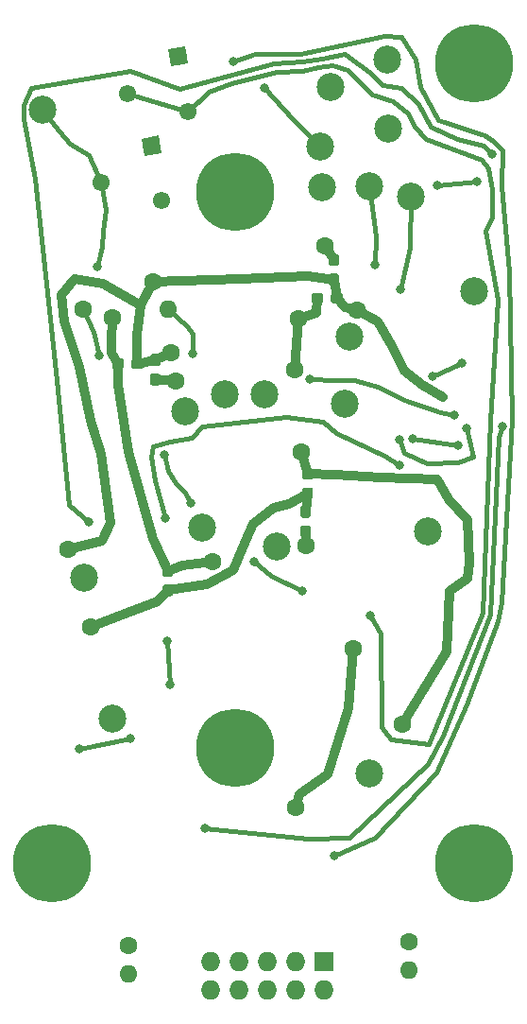
<source format=gbr>
G04 #@! TF.GenerationSoftware,KiCad,Pcbnew,(5.1.2-1)-1*
G04 #@! TF.CreationDate,2022-08-10T15:30:44-04:00*
G04 #@! TF.ProjectId,BassDrum_TR909,42617373-4472-4756-9d5f-54523930392e,rev?*
G04 #@! TF.SameCoordinates,Original*
G04 #@! TF.FileFunction,Copper,L2,Bot*
G04 #@! TF.FilePolarity,Positive*
%FSLAX46Y46*%
G04 Gerber Fmt 4.6, Leading zero omitted, Abs format (unit mm)*
G04 Created by KiCad (PCBNEW (5.1.2-1)-1) date 2022-08-10 15:30:44*
%MOMM*%
%LPD*%
G04 APERTURE LIST*
%ADD10C,2.499360*%
%ADD11C,7.000000*%
%ADD12O,1.600000X1.600000*%
%ADD13C,1.600000*%
%ADD14O,1.727200X1.727200*%
%ADD15R,1.727200X1.727200*%
%ADD16C,1.550000*%
%ADD17C,0.100000*%
%ADD18C,0.950000*%
%ADD19C,0.800000*%
%ADD20C,0.812800*%
%ADD21C,0.406400*%
G04 APERTURE END LIST*
D10*
X46880000Y-16740000D03*
X41800000Y-19140000D03*
D11*
X54610000Y-17018000D03*
X16764000Y-88646000D03*
X54610000Y-88646000D03*
D12*
X48820088Y-98269528D03*
D13*
X48820088Y-95729528D03*
D12*
X23650086Y-98539531D03*
D13*
X23650086Y-95999531D03*
D14*
X31030088Y-100019529D03*
X31030088Y-97479529D03*
X33570088Y-100019529D03*
X33570088Y-97479529D03*
X36110088Y-100019529D03*
X36110088Y-97479529D03*
X38650088Y-100019529D03*
X38650088Y-97479529D03*
X41190088Y-100019529D03*
D15*
X41190088Y-97479529D03*
D11*
X33258000Y-78306000D03*
X33258000Y-28522000D03*
D16*
X21230082Y-27750260D03*
X25720000Y-24420000D03*
D17*
G36*
X24822197Y-23791351D02*
G01*
X26348649Y-23522197D01*
X26617803Y-25048649D01*
X25091351Y-25317803D01*
X24822197Y-23791351D01*
X24822197Y-23791351D01*
G37*
D16*
X26588241Y-29344039D03*
X23610082Y-19750260D03*
X28100000Y-16420000D03*
D17*
G36*
X27202197Y-15791351D02*
G01*
X28728649Y-15522197D01*
X28997803Y-17048649D01*
X27471351Y-17317803D01*
X27202197Y-15791351D01*
X27202197Y-15791351D01*
G37*
D16*
X28968241Y-21344039D03*
D12*
X27230000Y-39090000D03*
D13*
X19610000Y-39090000D03*
D10*
X45210000Y-28070000D03*
X15950000Y-21210000D03*
X48970000Y-28950000D03*
X54620000Y-37410000D03*
X22180000Y-75720000D03*
X43450000Y-41500000D03*
X40990000Y-28170000D03*
X40800000Y-24460000D03*
X46900000Y-22850000D03*
X50520000Y-58940000D03*
X45270000Y-80670000D03*
X19660000Y-63130000D03*
X28740000Y-48180000D03*
D17*
G36*
X39990779Y-53271144D02*
G01*
X40013834Y-53274563D01*
X40036443Y-53280227D01*
X40058387Y-53288079D01*
X40079457Y-53298044D01*
X40099448Y-53310026D01*
X40118168Y-53323910D01*
X40135438Y-53339562D01*
X40151090Y-53356832D01*
X40164974Y-53375552D01*
X40176956Y-53395543D01*
X40186921Y-53416613D01*
X40194773Y-53438557D01*
X40200437Y-53461166D01*
X40203856Y-53484221D01*
X40205000Y-53507500D01*
X40205000Y-54082500D01*
X40203856Y-54105779D01*
X40200437Y-54128834D01*
X40194773Y-54151443D01*
X40186921Y-54173387D01*
X40176956Y-54194457D01*
X40164974Y-54214448D01*
X40151090Y-54233168D01*
X40135438Y-54250438D01*
X40118168Y-54266090D01*
X40099448Y-54279974D01*
X40079457Y-54291956D01*
X40058387Y-54301921D01*
X40036443Y-54309773D01*
X40013834Y-54315437D01*
X39990779Y-54318856D01*
X39967500Y-54320000D01*
X39492500Y-54320000D01*
X39469221Y-54318856D01*
X39446166Y-54315437D01*
X39423557Y-54309773D01*
X39401613Y-54301921D01*
X39380543Y-54291956D01*
X39360552Y-54279974D01*
X39341832Y-54266090D01*
X39324562Y-54250438D01*
X39308910Y-54233168D01*
X39295026Y-54214448D01*
X39283044Y-54194457D01*
X39273079Y-54173387D01*
X39265227Y-54151443D01*
X39259563Y-54128834D01*
X39256144Y-54105779D01*
X39255000Y-54082500D01*
X39255000Y-53507500D01*
X39256144Y-53484221D01*
X39259563Y-53461166D01*
X39265227Y-53438557D01*
X39273079Y-53416613D01*
X39283044Y-53395543D01*
X39295026Y-53375552D01*
X39308910Y-53356832D01*
X39324562Y-53339562D01*
X39341832Y-53323910D01*
X39360552Y-53310026D01*
X39380543Y-53298044D01*
X39401613Y-53288079D01*
X39423557Y-53280227D01*
X39446166Y-53274563D01*
X39469221Y-53271144D01*
X39492500Y-53270000D01*
X39967500Y-53270000D01*
X39990779Y-53271144D01*
X39990779Y-53271144D01*
G37*
D18*
X39730000Y-53795000D03*
D17*
G36*
X39990779Y-55021144D02*
G01*
X40013834Y-55024563D01*
X40036443Y-55030227D01*
X40058387Y-55038079D01*
X40079457Y-55048044D01*
X40099448Y-55060026D01*
X40118168Y-55073910D01*
X40135438Y-55089562D01*
X40151090Y-55106832D01*
X40164974Y-55125552D01*
X40176956Y-55145543D01*
X40186921Y-55166613D01*
X40194773Y-55188557D01*
X40200437Y-55211166D01*
X40203856Y-55234221D01*
X40205000Y-55257500D01*
X40205000Y-55832500D01*
X40203856Y-55855779D01*
X40200437Y-55878834D01*
X40194773Y-55901443D01*
X40186921Y-55923387D01*
X40176956Y-55944457D01*
X40164974Y-55964448D01*
X40151090Y-55983168D01*
X40135438Y-56000438D01*
X40118168Y-56016090D01*
X40099448Y-56029974D01*
X40079457Y-56041956D01*
X40058387Y-56051921D01*
X40036443Y-56059773D01*
X40013834Y-56065437D01*
X39990779Y-56068856D01*
X39967500Y-56070000D01*
X39492500Y-56070000D01*
X39469221Y-56068856D01*
X39446166Y-56065437D01*
X39423557Y-56059773D01*
X39401613Y-56051921D01*
X39380543Y-56041956D01*
X39360552Y-56029974D01*
X39341832Y-56016090D01*
X39324562Y-56000438D01*
X39308910Y-55983168D01*
X39295026Y-55964448D01*
X39283044Y-55944457D01*
X39273079Y-55923387D01*
X39265227Y-55901443D01*
X39259563Y-55878834D01*
X39256144Y-55855779D01*
X39255000Y-55832500D01*
X39255000Y-55257500D01*
X39256144Y-55234221D01*
X39259563Y-55211166D01*
X39265227Y-55188557D01*
X39273079Y-55166613D01*
X39283044Y-55145543D01*
X39295026Y-55125552D01*
X39308910Y-55106832D01*
X39324562Y-55089562D01*
X39341832Y-55073910D01*
X39360552Y-55060026D01*
X39380543Y-55048044D01*
X39401613Y-55038079D01*
X39423557Y-55030227D01*
X39446166Y-55024563D01*
X39469221Y-55021144D01*
X39492500Y-55020000D01*
X39967500Y-55020000D01*
X39990779Y-55021144D01*
X39990779Y-55021144D01*
G37*
D18*
X39730000Y-55545000D03*
D17*
G36*
X24765779Y-43476144D02*
G01*
X24788834Y-43479563D01*
X24811443Y-43485227D01*
X24833387Y-43493079D01*
X24854457Y-43503044D01*
X24874448Y-43515026D01*
X24893168Y-43528910D01*
X24910438Y-43544562D01*
X24926090Y-43561832D01*
X24939974Y-43580552D01*
X24951956Y-43600543D01*
X24961921Y-43621613D01*
X24969773Y-43643557D01*
X24975437Y-43666166D01*
X24978856Y-43689221D01*
X24980000Y-43712500D01*
X24980000Y-44187500D01*
X24978856Y-44210779D01*
X24975437Y-44233834D01*
X24969773Y-44256443D01*
X24961921Y-44278387D01*
X24951956Y-44299457D01*
X24939974Y-44319448D01*
X24926090Y-44338168D01*
X24910438Y-44355438D01*
X24893168Y-44371090D01*
X24874448Y-44384974D01*
X24854457Y-44396956D01*
X24833387Y-44406921D01*
X24811443Y-44414773D01*
X24788834Y-44420437D01*
X24765779Y-44423856D01*
X24742500Y-44425000D01*
X24167500Y-44425000D01*
X24144221Y-44423856D01*
X24121166Y-44420437D01*
X24098557Y-44414773D01*
X24076613Y-44406921D01*
X24055543Y-44396956D01*
X24035552Y-44384974D01*
X24016832Y-44371090D01*
X23999562Y-44355438D01*
X23983910Y-44338168D01*
X23970026Y-44319448D01*
X23958044Y-44299457D01*
X23948079Y-44278387D01*
X23940227Y-44256443D01*
X23934563Y-44233834D01*
X23931144Y-44210779D01*
X23930000Y-44187500D01*
X23930000Y-43712500D01*
X23931144Y-43689221D01*
X23934563Y-43666166D01*
X23940227Y-43643557D01*
X23948079Y-43621613D01*
X23958044Y-43600543D01*
X23970026Y-43580552D01*
X23983910Y-43561832D01*
X23999562Y-43544562D01*
X24016832Y-43528910D01*
X24035552Y-43515026D01*
X24055543Y-43503044D01*
X24076613Y-43493079D01*
X24098557Y-43485227D01*
X24121166Y-43479563D01*
X24144221Y-43476144D01*
X24167500Y-43475000D01*
X24742500Y-43475000D01*
X24765779Y-43476144D01*
X24765779Y-43476144D01*
G37*
D18*
X24455000Y-43950000D03*
D17*
G36*
X23015779Y-43476144D02*
G01*
X23038834Y-43479563D01*
X23061443Y-43485227D01*
X23083387Y-43493079D01*
X23104457Y-43503044D01*
X23124448Y-43515026D01*
X23143168Y-43528910D01*
X23160438Y-43544562D01*
X23176090Y-43561832D01*
X23189974Y-43580552D01*
X23201956Y-43600543D01*
X23211921Y-43621613D01*
X23219773Y-43643557D01*
X23225437Y-43666166D01*
X23228856Y-43689221D01*
X23230000Y-43712500D01*
X23230000Y-44187500D01*
X23228856Y-44210779D01*
X23225437Y-44233834D01*
X23219773Y-44256443D01*
X23211921Y-44278387D01*
X23201956Y-44299457D01*
X23189974Y-44319448D01*
X23176090Y-44338168D01*
X23160438Y-44355438D01*
X23143168Y-44371090D01*
X23124448Y-44384974D01*
X23104457Y-44396956D01*
X23083387Y-44406921D01*
X23061443Y-44414773D01*
X23038834Y-44420437D01*
X23015779Y-44423856D01*
X22992500Y-44425000D01*
X22417500Y-44425000D01*
X22394221Y-44423856D01*
X22371166Y-44420437D01*
X22348557Y-44414773D01*
X22326613Y-44406921D01*
X22305543Y-44396956D01*
X22285552Y-44384974D01*
X22266832Y-44371090D01*
X22249562Y-44355438D01*
X22233910Y-44338168D01*
X22220026Y-44319448D01*
X22208044Y-44299457D01*
X22198079Y-44278387D01*
X22190227Y-44256443D01*
X22184563Y-44233834D01*
X22181144Y-44210779D01*
X22180000Y-44187500D01*
X22180000Y-43712500D01*
X22181144Y-43689221D01*
X22184563Y-43666166D01*
X22190227Y-43643557D01*
X22198079Y-43621613D01*
X22208044Y-43600543D01*
X22220026Y-43580552D01*
X22233910Y-43561832D01*
X22249562Y-43544562D01*
X22266832Y-43528910D01*
X22285552Y-43515026D01*
X22305543Y-43503044D01*
X22326613Y-43493079D01*
X22348557Y-43485227D01*
X22371166Y-43479563D01*
X22394221Y-43476144D01*
X22417500Y-43475000D01*
X22992500Y-43475000D01*
X23015779Y-43476144D01*
X23015779Y-43476144D01*
G37*
D18*
X22705000Y-43950000D03*
D17*
G36*
X27430779Y-63721144D02*
G01*
X27453834Y-63724563D01*
X27476443Y-63730227D01*
X27498387Y-63738079D01*
X27519457Y-63748044D01*
X27539448Y-63760026D01*
X27558168Y-63773910D01*
X27575438Y-63789562D01*
X27591090Y-63806832D01*
X27604974Y-63825552D01*
X27616956Y-63845543D01*
X27626921Y-63866613D01*
X27634773Y-63888557D01*
X27640437Y-63911166D01*
X27643856Y-63934221D01*
X27645000Y-63957500D01*
X27645000Y-64532500D01*
X27643856Y-64555779D01*
X27640437Y-64578834D01*
X27634773Y-64601443D01*
X27626921Y-64623387D01*
X27616956Y-64644457D01*
X27604974Y-64664448D01*
X27591090Y-64683168D01*
X27575438Y-64700438D01*
X27558168Y-64716090D01*
X27539448Y-64729974D01*
X27519457Y-64741956D01*
X27498387Y-64751921D01*
X27476443Y-64759773D01*
X27453834Y-64765437D01*
X27430779Y-64768856D01*
X27407500Y-64770000D01*
X26932500Y-64770000D01*
X26909221Y-64768856D01*
X26886166Y-64765437D01*
X26863557Y-64759773D01*
X26841613Y-64751921D01*
X26820543Y-64741956D01*
X26800552Y-64729974D01*
X26781832Y-64716090D01*
X26764562Y-64700438D01*
X26748910Y-64683168D01*
X26735026Y-64664448D01*
X26723044Y-64644457D01*
X26713079Y-64623387D01*
X26705227Y-64601443D01*
X26699563Y-64578834D01*
X26696144Y-64555779D01*
X26695000Y-64532500D01*
X26695000Y-63957500D01*
X26696144Y-63934221D01*
X26699563Y-63911166D01*
X26705227Y-63888557D01*
X26713079Y-63866613D01*
X26723044Y-63845543D01*
X26735026Y-63825552D01*
X26748910Y-63806832D01*
X26764562Y-63789562D01*
X26781832Y-63773910D01*
X26800552Y-63760026D01*
X26820543Y-63748044D01*
X26841613Y-63738079D01*
X26863557Y-63730227D01*
X26886166Y-63724563D01*
X26909221Y-63721144D01*
X26932500Y-63720000D01*
X27407500Y-63720000D01*
X27430779Y-63721144D01*
X27430779Y-63721144D01*
G37*
D18*
X27170000Y-64245000D03*
D17*
G36*
X27430779Y-61971144D02*
G01*
X27453834Y-61974563D01*
X27476443Y-61980227D01*
X27498387Y-61988079D01*
X27519457Y-61998044D01*
X27539448Y-62010026D01*
X27558168Y-62023910D01*
X27575438Y-62039562D01*
X27591090Y-62056832D01*
X27604974Y-62075552D01*
X27616956Y-62095543D01*
X27626921Y-62116613D01*
X27634773Y-62138557D01*
X27640437Y-62161166D01*
X27643856Y-62184221D01*
X27645000Y-62207500D01*
X27645000Y-62782500D01*
X27643856Y-62805779D01*
X27640437Y-62828834D01*
X27634773Y-62851443D01*
X27626921Y-62873387D01*
X27616956Y-62894457D01*
X27604974Y-62914448D01*
X27591090Y-62933168D01*
X27575438Y-62950438D01*
X27558168Y-62966090D01*
X27539448Y-62979974D01*
X27519457Y-62991956D01*
X27498387Y-63001921D01*
X27476443Y-63009773D01*
X27453834Y-63015437D01*
X27430779Y-63018856D01*
X27407500Y-63020000D01*
X26932500Y-63020000D01*
X26909221Y-63018856D01*
X26886166Y-63015437D01*
X26863557Y-63009773D01*
X26841613Y-63001921D01*
X26820543Y-62991956D01*
X26800552Y-62979974D01*
X26781832Y-62966090D01*
X26764562Y-62950438D01*
X26748910Y-62933168D01*
X26735026Y-62914448D01*
X26723044Y-62894457D01*
X26713079Y-62873387D01*
X26705227Y-62851443D01*
X26699563Y-62828834D01*
X26696144Y-62805779D01*
X26695000Y-62782500D01*
X26695000Y-62207500D01*
X26696144Y-62184221D01*
X26699563Y-62161166D01*
X26705227Y-62138557D01*
X26713079Y-62116613D01*
X26723044Y-62095543D01*
X26735026Y-62075552D01*
X26748910Y-62056832D01*
X26764562Y-62039562D01*
X26781832Y-62023910D01*
X26800552Y-62010026D01*
X26820543Y-61998044D01*
X26841613Y-61988079D01*
X26863557Y-61980227D01*
X26886166Y-61974563D01*
X26909221Y-61971144D01*
X26932500Y-61970000D01*
X27407500Y-61970000D01*
X27430779Y-61971144D01*
X27430779Y-61971144D01*
G37*
D18*
X27170000Y-62495000D03*
D17*
G36*
X26310779Y-44831144D02*
G01*
X26333834Y-44834563D01*
X26356443Y-44840227D01*
X26378387Y-44848079D01*
X26399457Y-44858044D01*
X26419448Y-44870026D01*
X26438168Y-44883910D01*
X26455438Y-44899562D01*
X26471090Y-44916832D01*
X26484974Y-44935552D01*
X26496956Y-44955543D01*
X26506921Y-44976613D01*
X26514773Y-44998557D01*
X26520437Y-45021166D01*
X26523856Y-45044221D01*
X26525000Y-45067500D01*
X26525000Y-45642500D01*
X26523856Y-45665779D01*
X26520437Y-45688834D01*
X26514773Y-45711443D01*
X26506921Y-45733387D01*
X26496956Y-45754457D01*
X26484974Y-45774448D01*
X26471090Y-45793168D01*
X26455438Y-45810438D01*
X26438168Y-45826090D01*
X26419448Y-45839974D01*
X26399457Y-45851956D01*
X26378387Y-45861921D01*
X26356443Y-45869773D01*
X26333834Y-45875437D01*
X26310779Y-45878856D01*
X26287500Y-45880000D01*
X25812500Y-45880000D01*
X25789221Y-45878856D01*
X25766166Y-45875437D01*
X25743557Y-45869773D01*
X25721613Y-45861921D01*
X25700543Y-45851956D01*
X25680552Y-45839974D01*
X25661832Y-45826090D01*
X25644562Y-45810438D01*
X25628910Y-45793168D01*
X25615026Y-45774448D01*
X25603044Y-45754457D01*
X25593079Y-45733387D01*
X25585227Y-45711443D01*
X25579563Y-45688834D01*
X25576144Y-45665779D01*
X25575000Y-45642500D01*
X25575000Y-45067500D01*
X25576144Y-45044221D01*
X25579563Y-45021166D01*
X25585227Y-44998557D01*
X25593079Y-44976613D01*
X25603044Y-44955543D01*
X25615026Y-44935552D01*
X25628910Y-44916832D01*
X25644562Y-44899562D01*
X25661832Y-44883910D01*
X25680552Y-44870026D01*
X25700543Y-44858044D01*
X25721613Y-44848079D01*
X25743557Y-44840227D01*
X25766166Y-44834563D01*
X25789221Y-44831144D01*
X25812500Y-44830000D01*
X26287500Y-44830000D01*
X26310779Y-44831144D01*
X26310779Y-44831144D01*
G37*
D18*
X26050000Y-45355000D03*
D17*
G36*
X26310779Y-43081144D02*
G01*
X26333834Y-43084563D01*
X26356443Y-43090227D01*
X26378387Y-43098079D01*
X26399457Y-43108044D01*
X26419448Y-43120026D01*
X26438168Y-43133910D01*
X26455438Y-43149562D01*
X26471090Y-43166832D01*
X26484974Y-43185552D01*
X26496956Y-43205543D01*
X26506921Y-43226613D01*
X26514773Y-43248557D01*
X26520437Y-43271166D01*
X26523856Y-43294221D01*
X26525000Y-43317500D01*
X26525000Y-43892500D01*
X26523856Y-43915779D01*
X26520437Y-43938834D01*
X26514773Y-43961443D01*
X26506921Y-43983387D01*
X26496956Y-44004457D01*
X26484974Y-44024448D01*
X26471090Y-44043168D01*
X26455438Y-44060438D01*
X26438168Y-44076090D01*
X26419448Y-44089974D01*
X26399457Y-44101956D01*
X26378387Y-44111921D01*
X26356443Y-44119773D01*
X26333834Y-44125437D01*
X26310779Y-44128856D01*
X26287500Y-44130000D01*
X25812500Y-44130000D01*
X25789221Y-44128856D01*
X25766166Y-44125437D01*
X25743557Y-44119773D01*
X25721613Y-44111921D01*
X25700543Y-44101956D01*
X25680552Y-44089974D01*
X25661832Y-44076090D01*
X25644562Y-44060438D01*
X25628910Y-44043168D01*
X25615026Y-44024448D01*
X25603044Y-44004457D01*
X25593079Y-43983387D01*
X25585227Y-43961443D01*
X25579563Y-43938834D01*
X25576144Y-43915779D01*
X25575000Y-43892500D01*
X25575000Y-43317500D01*
X25576144Y-43294221D01*
X25579563Y-43271166D01*
X25585227Y-43248557D01*
X25593079Y-43226613D01*
X25603044Y-43205543D01*
X25615026Y-43185552D01*
X25628910Y-43166832D01*
X25644562Y-43149562D01*
X25661832Y-43133910D01*
X25680552Y-43120026D01*
X25700543Y-43108044D01*
X25721613Y-43098079D01*
X25743557Y-43090227D01*
X25766166Y-43084563D01*
X25789221Y-43081144D01*
X25812500Y-43080000D01*
X26287500Y-43080000D01*
X26310779Y-43081144D01*
X26310779Y-43081144D01*
G37*
D18*
X26050000Y-43605000D03*
D17*
G36*
X42330779Y-35881144D02*
G01*
X42353834Y-35884563D01*
X42376443Y-35890227D01*
X42398387Y-35898079D01*
X42419457Y-35908044D01*
X42439448Y-35920026D01*
X42458168Y-35933910D01*
X42475438Y-35949562D01*
X42491090Y-35966832D01*
X42504974Y-35985552D01*
X42516956Y-36005543D01*
X42526921Y-36026613D01*
X42534773Y-36048557D01*
X42540437Y-36071166D01*
X42543856Y-36094221D01*
X42545000Y-36117500D01*
X42545000Y-36692500D01*
X42543856Y-36715779D01*
X42540437Y-36738834D01*
X42534773Y-36761443D01*
X42526921Y-36783387D01*
X42516956Y-36804457D01*
X42504974Y-36824448D01*
X42491090Y-36843168D01*
X42475438Y-36860438D01*
X42458168Y-36876090D01*
X42439448Y-36889974D01*
X42419457Y-36901956D01*
X42398387Y-36911921D01*
X42376443Y-36919773D01*
X42353834Y-36925437D01*
X42330779Y-36928856D01*
X42307500Y-36930000D01*
X41832500Y-36930000D01*
X41809221Y-36928856D01*
X41786166Y-36925437D01*
X41763557Y-36919773D01*
X41741613Y-36911921D01*
X41720543Y-36901956D01*
X41700552Y-36889974D01*
X41681832Y-36876090D01*
X41664562Y-36860438D01*
X41648910Y-36843168D01*
X41635026Y-36824448D01*
X41623044Y-36804457D01*
X41613079Y-36783387D01*
X41605227Y-36761443D01*
X41599563Y-36738834D01*
X41596144Y-36715779D01*
X41595000Y-36692500D01*
X41595000Y-36117500D01*
X41596144Y-36094221D01*
X41599563Y-36071166D01*
X41605227Y-36048557D01*
X41613079Y-36026613D01*
X41623044Y-36005543D01*
X41635026Y-35985552D01*
X41648910Y-35966832D01*
X41664562Y-35949562D01*
X41681832Y-35933910D01*
X41700552Y-35920026D01*
X41720543Y-35908044D01*
X41741613Y-35898079D01*
X41763557Y-35890227D01*
X41786166Y-35884563D01*
X41809221Y-35881144D01*
X41832500Y-35880000D01*
X42307500Y-35880000D01*
X42330779Y-35881144D01*
X42330779Y-35881144D01*
G37*
D18*
X42070000Y-36405000D03*
D17*
G36*
X42330779Y-34131144D02*
G01*
X42353834Y-34134563D01*
X42376443Y-34140227D01*
X42398387Y-34148079D01*
X42419457Y-34158044D01*
X42439448Y-34170026D01*
X42458168Y-34183910D01*
X42475438Y-34199562D01*
X42491090Y-34216832D01*
X42504974Y-34235552D01*
X42516956Y-34255543D01*
X42526921Y-34276613D01*
X42534773Y-34298557D01*
X42540437Y-34321166D01*
X42543856Y-34344221D01*
X42545000Y-34367500D01*
X42545000Y-34942500D01*
X42543856Y-34965779D01*
X42540437Y-34988834D01*
X42534773Y-35011443D01*
X42526921Y-35033387D01*
X42516956Y-35054457D01*
X42504974Y-35074448D01*
X42491090Y-35093168D01*
X42475438Y-35110438D01*
X42458168Y-35126090D01*
X42439448Y-35139974D01*
X42419457Y-35151956D01*
X42398387Y-35161921D01*
X42376443Y-35169773D01*
X42353834Y-35175437D01*
X42330779Y-35178856D01*
X42307500Y-35180000D01*
X41832500Y-35180000D01*
X41809221Y-35178856D01*
X41786166Y-35175437D01*
X41763557Y-35169773D01*
X41741613Y-35161921D01*
X41720543Y-35151956D01*
X41700552Y-35139974D01*
X41681832Y-35126090D01*
X41664562Y-35110438D01*
X41648910Y-35093168D01*
X41635026Y-35074448D01*
X41623044Y-35054457D01*
X41613079Y-35033387D01*
X41605227Y-35011443D01*
X41599563Y-34988834D01*
X41596144Y-34965779D01*
X41595000Y-34942500D01*
X41595000Y-34367500D01*
X41596144Y-34344221D01*
X41599563Y-34321166D01*
X41605227Y-34298557D01*
X41613079Y-34276613D01*
X41623044Y-34255543D01*
X41635026Y-34235552D01*
X41648910Y-34216832D01*
X41664562Y-34199562D01*
X41681832Y-34183910D01*
X41700552Y-34170026D01*
X41720543Y-34158044D01*
X41741613Y-34148079D01*
X41763557Y-34140227D01*
X41786166Y-34134563D01*
X41809221Y-34131144D01*
X41832500Y-34130000D01*
X42307500Y-34130000D01*
X42330779Y-34131144D01*
X42330779Y-34131144D01*
G37*
D18*
X42070000Y-34655000D03*
D17*
G36*
X40895779Y-37586144D02*
G01*
X40918834Y-37589563D01*
X40941443Y-37595227D01*
X40963387Y-37603079D01*
X40984457Y-37613044D01*
X41004448Y-37625026D01*
X41023168Y-37638910D01*
X41040438Y-37654562D01*
X41056090Y-37671832D01*
X41069974Y-37690552D01*
X41081956Y-37710543D01*
X41091921Y-37731613D01*
X41099773Y-37753557D01*
X41105437Y-37776166D01*
X41108856Y-37799221D01*
X41110000Y-37822500D01*
X41110000Y-38297500D01*
X41108856Y-38320779D01*
X41105437Y-38343834D01*
X41099773Y-38366443D01*
X41091921Y-38388387D01*
X41081956Y-38409457D01*
X41069974Y-38429448D01*
X41056090Y-38448168D01*
X41040438Y-38465438D01*
X41023168Y-38481090D01*
X41004448Y-38494974D01*
X40984457Y-38506956D01*
X40963387Y-38516921D01*
X40941443Y-38524773D01*
X40918834Y-38530437D01*
X40895779Y-38533856D01*
X40872500Y-38535000D01*
X40297500Y-38535000D01*
X40274221Y-38533856D01*
X40251166Y-38530437D01*
X40228557Y-38524773D01*
X40206613Y-38516921D01*
X40185543Y-38506956D01*
X40165552Y-38494974D01*
X40146832Y-38481090D01*
X40129562Y-38465438D01*
X40113910Y-38448168D01*
X40100026Y-38429448D01*
X40088044Y-38409457D01*
X40078079Y-38388387D01*
X40070227Y-38366443D01*
X40064563Y-38343834D01*
X40061144Y-38320779D01*
X40060000Y-38297500D01*
X40060000Y-37822500D01*
X40061144Y-37799221D01*
X40064563Y-37776166D01*
X40070227Y-37753557D01*
X40078079Y-37731613D01*
X40088044Y-37710543D01*
X40100026Y-37690552D01*
X40113910Y-37671832D01*
X40129562Y-37654562D01*
X40146832Y-37638910D01*
X40165552Y-37625026D01*
X40185543Y-37613044D01*
X40206613Y-37603079D01*
X40228557Y-37595227D01*
X40251166Y-37589563D01*
X40274221Y-37586144D01*
X40297500Y-37585000D01*
X40872500Y-37585000D01*
X40895779Y-37586144D01*
X40895779Y-37586144D01*
G37*
D18*
X40585000Y-38060000D03*
D17*
G36*
X42645779Y-37586144D02*
G01*
X42668834Y-37589563D01*
X42691443Y-37595227D01*
X42713387Y-37603079D01*
X42734457Y-37613044D01*
X42754448Y-37625026D01*
X42773168Y-37638910D01*
X42790438Y-37654562D01*
X42806090Y-37671832D01*
X42819974Y-37690552D01*
X42831956Y-37710543D01*
X42841921Y-37731613D01*
X42849773Y-37753557D01*
X42855437Y-37776166D01*
X42858856Y-37799221D01*
X42860000Y-37822500D01*
X42860000Y-38297500D01*
X42858856Y-38320779D01*
X42855437Y-38343834D01*
X42849773Y-38366443D01*
X42841921Y-38388387D01*
X42831956Y-38409457D01*
X42819974Y-38429448D01*
X42806090Y-38448168D01*
X42790438Y-38465438D01*
X42773168Y-38481090D01*
X42754448Y-38494974D01*
X42734457Y-38506956D01*
X42713387Y-38516921D01*
X42691443Y-38524773D01*
X42668834Y-38530437D01*
X42645779Y-38533856D01*
X42622500Y-38535000D01*
X42047500Y-38535000D01*
X42024221Y-38533856D01*
X42001166Y-38530437D01*
X41978557Y-38524773D01*
X41956613Y-38516921D01*
X41935543Y-38506956D01*
X41915552Y-38494974D01*
X41896832Y-38481090D01*
X41879562Y-38465438D01*
X41863910Y-38448168D01*
X41850026Y-38429448D01*
X41838044Y-38409457D01*
X41828079Y-38388387D01*
X41820227Y-38366443D01*
X41814563Y-38343834D01*
X41811144Y-38320779D01*
X41810000Y-38297500D01*
X41810000Y-37822500D01*
X41811144Y-37799221D01*
X41814563Y-37776166D01*
X41820227Y-37753557D01*
X41828079Y-37731613D01*
X41838044Y-37710543D01*
X41850026Y-37690552D01*
X41863910Y-37671832D01*
X41879562Y-37654562D01*
X41896832Y-37638910D01*
X41915552Y-37625026D01*
X41935543Y-37613044D01*
X41956613Y-37603079D01*
X41978557Y-37595227D01*
X42001166Y-37589563D01*
X42024221Y-37586144D01*
X42047500Y-37585000D01*
X42622500Y-37585000D01*
X42645779Y-37586144D01*
X42645779Y-37586144D01*
G37*
D18*
X42335000Y-38060000D03*
D17*
G36*
X39790779Y-58431144D02*
G01*
X39813834Y-58434563D01*
X39836443Y-58440227D01*
X39858387Y-58448079D01*
X39879457Y-58458044D01*
X39899448Y-58470026D01*
X39918168Y-58483910D01*
X39935438Y-58499562D01*
X39951090Y-58516832D01*
X39964974Y-58535552D01*
X39976956Y-58555543D01*
X39986921Y-58576613D01*
X39994773Y-58598557D01*
X40000437Y-58621166D01*
X40003856Y-58644221D01*
X40005000Y-58667500D01*
X40005000Y-59242500D01*
X40003856Y-59265779D01*
X40000437Y-59288834D01*
X39994773Y-59311443D01*
X39986921Y-59333387D01*
X39976956Y-59354457D01*
X39964974Y-59374448D01*
X39951090Y-59393168D01*
X39935438Y-59410438D01*
X39918168Y-59426090D01*
X39899448Y-59439974D01*
X39879457Y-59451956D01*
X39858387Y-59461921D01*
X39836443Y-59469773D01*
X39813834Y-59475437D01*
X39790779Y-59478856D01*
X39767500Y-59480000D01*
X39292500Y-59480000D01*
X39269221Y-59478856D01*
X39246166Y-59475437D01*
X39223557Y-59469773D01*
X39201613Y-59461921D01*
X39180543Y-59451956D01*
X39160552Y-59439974D01*
X39141832Y-59426090D01*
X39124562Y-59410438D01*
X39108910Y-59393168D01*
X39095026Y-59374448D01*
X39083044Y-59354457D01*
X39073079Y-59333387D01*
X39065227Y-59311443D01*
X39059563Y-59288834D01*
X39056144Y-59265779D01*
X39055000Y-59242500D01*
X39055000Y-58667500D01*
X39056144Y-58644221D01*
X39059563Y-58621166D01*
X39065227Y-58598557D01*
X39073079Y-58576613D01*
X39083044Y-58555543D01*
X39095026Y-58535552D01*
X39108910Y-58516832D01*
X39124562Y-58499562D01*
X39141832Y-58483910D01*
X39160552Y-58470026D01*
X39180543Y-58458044D01*
X39201613Y-58448079D01*
X39223557Y-58440227D01*
X39246166Y-58434563D01*
X39269221Y-58431144D01*
X39292500Y-58430000D01*
X39767500Y-58430000D01*
X39790779Y-58431144D01*
X39790779Y-58431144D01*
G37*
D18*
X39530000Y-58955000D03*
D17*
G36*
X39790779Y-56681144D02*
G01*
X39813834Y-56684563D01*
X39836443Y-56690227D01*
X39858387Y-56698079D01*
X39879457Y-56708044D01*
X39899448Y-56720026D01*
X39918168Y-56733910D01*
X39935438Y-56749562D01*
X39951090Y-56766832D01*
X39964974Y-56785552D01*
X39976956Y-56805543D01*
X39986921Y-56826613D01*
X39994773Y-56848557D01*
X40000437Y-56871166D01*
X40003856Y-56894221D01*
X40005000Y-56917500D01*
X40005000Y-57492500D01*
X40003856Y-57515779D01*
X40000437Y-57538834D01*
X39994773Y-57561443D01*
X39986921Y-57583387D01*
X39976956Y-57604457D01*
X39964974Y-57624448D01*
X39951090Y-57643168D01*
X39935438Y-57660438D01*
X39918168Y-57676090D01*
X39899448Y-57689974D01*
X39879457Y-57701956D01*
X39858387Y-57711921D01*
X39836443Y-57719773D01*
X39813834Y-57725437D01*
X39790779Y-57728856D01*
X39767500Y-57730000D01*
X39292500Y-57730000D01*
X39269221Y-57728856D01*
X39246166Y-57725437D01*
X39223557Y-57719773D01*
X39201613Y-57711921D01*
X39180543Y-57701956D01*
X39160552Y-57689974D01*
X39141832Y-57676090D01*
X39124562Y-57660438D01*
X39108910Y-57643168D01*
X39095026Y-57624448D01*
X39083044Y-57604457D01*
X39073079Y-57583387D01*
X39065227Y-57561443D01*
X39059563Y-57538834D01*
X39056144Y-57515779D01*
X39055000Y-57492500D01*
X39055000Y-56917500D01*
X39056144Y-56894221D01*
X39059563Y-56871166D01*
X39065227Y-56848557D01*
X39073079Y-56826613D01*
X39083044Y-56805543D01*
X39095026Y-56785552D01*
X39108910Y-56766832D01*
X39124562Y-56749562D01*
X39141832Y-56733910D01*
X39160552Y-56720026D01*
X39180543Y-56708044D01*
X39201613Y-56698079D01*
X39223557Y-56690227D01*
X39246166Y-56684563D01*
X39269221Y-56681144D01*
X39292500Y-56680000D01*
X39767500Y-56680000D01*
X39790779Y-56681144D01*
X39790779Y-56681144D01*
G37*
D18*
X39530000Y-57205000D03*
D10*
X43076000Y-47496000D03*
X36926000Y-60326000D03*
X30216000Y-58626000D03*
X35886000Y-46706000D03*
X32316000Y-46716000D03*
D13*
X20300000Y-67540000D03*
X44160000Y-39140000D03*
X27480000Y-42950000D03*
X25822813Y-36622813D03*
D19*
X51867797Y-46937797D03*
D13*
X18224500Y-60584500D03*
D19*
X45300000Y-66490000D03*
X39940000Y-45320000D03*
X52880000Y-48560000D03*
D13*
X22200000Y-39840000D03*
X41230000Y-33350000D03*
X39560000Y-60250000D03*
X31180000Y-61630000D03*
X38630806Y-83679194D03*
X43833810Y-69453810D03*
X38930000Y-39920000D03*
X38530000Y-44510000D03*
X27909363Y-45509363D03*
X39164545Y-51885455D03*
X48240000Y-76200000D03*
D19*
X23840000Y-77490000D03*
X19250000Y-78450000D03*
X29200000Y-56400000D03*
X26890000Y-52100000D03*
X34956149Y-61633851D03*
X39260000Y-64310000D03*
X54860000Y-27620000D03*
X51310000Y-27960000D03*
X20090000Y-58100000D03*
X56223819Y-25146181D03*
X27410000Y-72650000D03*
X27090000Y-68760000D03*
X47990000Y-52990000D03*
X26980000Y-57780000D03*
X49170000Y-50630000D03*
X53192234Y-51237766D03*
X29420000Y-43050000D03*
X45780000Y-35080000D03*
X35820000Y-19280000D03*
X42070000Y-87990000D03*
X33090000Y-16860000D03*
X48060000Y-37310000D03*
X20870000Y-35210000D03*
X50900000Y-45050000D03*
X53550000Y-43880000D03*
X57160000Y-49590000D03*
X53970000Y-49710000D03*
X47920000Y-50780000D03*
X30550000Y-85580000D03*
X21060000Y-43220000D03*
D20*
X27480000Y-42950000D02*
X26050000Y-43605000D01*
X26050000Y-43605000D02*
X24455000Y-43950000D01*
X44160000Y-39140000D02*
X43010000Y-38920000D01*
X43010000Y-38920000D02*
X42335000Y-38060000D01*
X42335000Y-38060000D02*
X42070000Y-36405000D01*
X20300000Y-67540000D02*
X23540000Y-66230000D01*
X23540000Y-66230000D02*
X26250000Y-65200000D01*
X26250000Y-65200000D02*
X27170000Y-64245000D01*
X27170000Y-64245000D02*
X30690000Y-63670000D01*
X30690000Y-63670000D02*
X33010000Y-62450000D01*
X33010000Y-62450000D02*
X34130000Y-59800000D01*
X34130000Y-59800000D02*
X34830000Y-58260000D01*
X34830000Y-58260000D02*
X36730000Y-56860000D01*
X36730000Y-56860000D02*
X38050000Y-56470000D01*
X38050000Y-56470000D02*
X39730000Y-55545000D01*
X39530000Y-57205000D02*
X39730000Y-55545000D01*
X24455000Y-43950000D02*
X24440000Y-41330000D01*
X24440000Y-41330000D02*
X24780000Y-38680000D01*
X24780000Y-38680000D02*
X25822813Y-36622813D01*
X25822813Y-36622813D02*
X25880000Y-36510000D01*
X42070000Y-36405000D02*
X39710000Y-36120000D01*
X39710000Y-36120000D02*
X33680000Y-36330000D01*
X33680000Y-36330000D02*
X25822813Y-36622813D01*
X51867797Y-46937797D02*
X50010000Y-45820000D01*
X50010000Y-45820000D02*
X48400000Y-44570000D01*
X48400000Y-44570000D02*
X47240000Y-42400000D01*
X47240000Y-42400000D02*
X46030000Y-40150000D01*
X46030000Y-40150000D02*
X44160000Y-39140000D01*
X18224500Y-60584500D02*
X21290000Y-59780000D01*
X21290000Y-59780000D02*
X22030000Y-58180000D01*
X22030000Y-58180000D02*
X21210000Y-52050000D01*
X21210000Y-52050000D02*
X20290000Y-49060000D01*
X20290000Y-49060000D02*
X19290000Y-44230000D01*
X19290000Y-44230000D02*
X17920000Y-40180000D01*
X17920000Y-40180000D02*
X17630000Y-37790000D01*
X17630000Y-37790000D02*
X18850000Y-36330000D01*
X18850000Y-36330000D02*
X21390000Y-36770000D01*
X21390000Y-36770000D02*
X24780000Y-38680000D01*
D21*
X28968241Y-21344039D02*
X23610082Y-19750260D01*
X55680000Y-32070000D02*
X56790000Y-38200000D01*
X56790000Y-38200000D02*
X56070000Y-49090000D01*
X56070000Y-49090000D02*
X55410000Y-66230000D01*
X55410000Y-66230000D02*
X50560000Y-77980000D01*
X47220000Y-77550000D02*
X46350000Y-76480000D01*
X50560000Y-77980000D02*
X47220000Y-77550000D01*
X46350000Y-76480000D02*
X46240000Y-68070000D01*
X46240000Y-68070000D02*
X45300000Y-66490000D01*
X55350000Y-25650000D02*
X55900000Y-26450000D01*
X55900000Y-26450000D02*
X56220000Y-28300000D01*
X56220000Y-28300000D02*
X56220000Y-30840000D01*
X56220000Y-30840000D02*
X55680000Y-32070000D01*
X36950000Y-17770000D02*
X32920000Y-18850000D01*
X32920000Y-18850000D02*
X30820000Y-19620000D01*
X30820000Y-19620000D02*
X28968241Y-21344039D01*
X55350000Y-25650000D02*
X50320000Y-23830000D01*
X36950000Y-17770000D02*
X39210000Y-17750000D01*
X39210000Y-17750000D02*
X40630000Y-17420000D01*
X40630000Y-17420000D02*
X41940000Y-17200000D01*
X41940000Y-17200000D02*
X43260000Y-17600000D01*
X43260000Y-17600000D02*
X45500000Y-19810000D01*
X45500000Y-19810000D02*
X47340000Y-20450000D01*
X47340000Y-20450000D02*
X48700000Y-21550000D01*
X48700000Y-21550000D02*
X49300000Y-22750000D01*
X49300000Y-22750000D02*
X50320000Y-23830000D01*
X39940000Y-45320000D02*
X42220000Y-45450000D01*
X42220000Y-45450000D02*
X43870000Y-45450000D01*
X43870000Y-45450000D02*
X46040000Y-46010000D01*
X46040000Y-46010000D02*
X48410000Y-47200000D01*
X48410000Y-47200000D02*
X51560000Y-48300000D01*
X51560000Y-48300000D02*
X52880000Y-48560000D01*
D20*
X43833810Y-69453810D02*
X43410000Y-74830000D01*
X43410000Y-74830000D02*
X41520000Y-80730000D01*
X41520000Y-80730000D02*
X39010000Y-82520000D01*
X39010000Y-82520000D02*
X38630806Y-83679194D01*
X31180000Y-61630000D02*
X28480000Y-62000000D01*
X28480000Y-62000000D02*
X27170000Y-62495000D01*
X39530000Y-58955000D02*
X39560000Y-60250000D01*
X42070000Y-34655000D02*
X41230000Y-33350000D01*
X22200000Y-39840000D02*
X22170000Y-42010000D01*
X22170000Y-42010000D02*
X22150000Y-42950000D01*
X22150000Y-42950000D02*
X22705000Y-43950000D01*
X22705000Y-43950000D02*
X22760000Y-45850000D01*
X22760000Y-45850000D02*
X23670000Y-51840000D01*
X23670000Y-51840000D02*
X25840000Y-59660000D01*
X25840000Y-59660000D02*
X27170000Y-62495000D01*
X38930000Y-39920000D02*
X38530000Y-44510000D01*
X38930000Y-39920000D02*
X40510000Y-39360000D01*
X40510000Y-39360000D02*
X40585000Y-38060000D01*
X27909363Y-45509363D02*
X26050000Y-45355000D01*
X39164545Y-51885455D02*
X39730000Y-53795000D01*
X39730000Y-53795000D02*
X42230000Y-53900000D01*
X42230000Y-53900000D02*
X46300000Y-54150000D01*
X52170000Y-69750000D02*
X48240000Y-76200000D01*
X48240000Y-76200000D02*
X48240000Y-76200000D01*
X52313811Y-56076189D02*
X54040000Y-57930000D01*
X54040000Y-57930000D02*
X54260000Y-61780000D01*
X54260000Y-61780000D02*
X54070000Y-63230000D01*
X54070000Y-63230000D02*
X52401977Y-64281977D01*
X52401977Y-64281977D02*
X52170000Y-69750000D01*
X52313811Y-56076189D02*
X51346536Y-54293464D01*
X46300000Y-54150000D02*
X51346536Y-54293464D01*
D21*
X23840000Y-77490000D02*
X19250000Y-78450000D01*
X34956149Y-61633851D02*
X34930000Y-61610000D01*
X26890000Y-52100000D02*
X27200000Y-53540000D01*
X27200000Y-53540000D02*
X27860000Y-54630000D01*
X27860000Y-54630000D02*
X28710000Y-55520000D01*
X28710000Y-55520000D02*
X29200000Y-56400000D01*
X36410000Y-62960000D02*
X34956149Y-61633851D01*
X39260000Y-64310000D02*
X36410000Y-62960000D01*
X20090000Y-58100000D02*
X18360000Y-56600000D01*
X18360000Y-56600000D02*
X17240000Y-45440000D01*
X17240000Y-45440000D02*
X15290000Y-27380000D01*
X15290000Y-27380000D02*
X14260000Y-22070000D01*
X14260000Y-22070000D02*
X14260000Y-20770000D01*
X14260000Y-20770000D02*
X14900000Y-19280000D01*
X14900000Y-19280000D02*
X23840000Y-17730000D01*
X23840000Y-17730000D02*
X28190000Y-19350000D01*
X28190000Y-19350000D02*
X36670000Y-17010000D01*
X51310000Y-27960000D02*
X54860000Y-27620000D01*
X53100000Y-23830000D02*
X55454974Y-24415026D01*
X55454974Y-24415026D02*
X56223819Y-25146181D01*
X46170000Y-18740000D02*
X45320000Y-17870000D01*
X45320000Y-17870000D02*
X43060000Y-16230000D01*
X43060000Y-16230000D02*
X41020000Y-16600000D01*
X41020000Y-16600000D02*
X39260000Y-16900000D01*
X39260000Y-16900000D02*
X36670000Y-17010000D01*
X50735989Y-22744011D02*
X49630000Y-20700000D01*
X50735989Y-22744011D02*
X53100000Y-23830000D01*
X49630000Y-20700000D02*
X48090000Y-19260000D01*
X48090000Y-19260000D02*
X46441366Y-19018634D01*
X46441366Y-19018634D02*
X46170000Y-18740000D01*
X27410000Y-72650000D02*
X27090000Y-68760000D01*
X47990000Y-52990000D02*
X46570000Y-52200000D01*
X46570000Y-52200000D02*
X42320000Y-50110000D01*
X42320000Y-50110000D02*
X41130000Y-49170000D01*
X41130000Y-49170000D02*
X37780000Y-48700000D01*
X37780000Y-48700000D02*
X30240000Y-49520000D01*
X30240000Y-49520000D02*
X29340000Y-50600000D01*
X29340000Y-50600000D02*
X27340000Y-50890000D01*
X27340000Y-50890000D02*
X25830000Y-51320000D01*
X25830000Y-51320000D02*
X25690000Y-52250000D01*
X25690000Y-52250000D02*
X26040000Y-54410000D01*
X26040000Y-54410000D02*
X26980000Y-57780000D01*
X26980000Y-57780000D02*
X26980000Y-57780000D01*
X49170000Y-50630000D02*
X53192234Y-51237766D01*
X29420000Y-43050000D02*
X29380000Y-41270000D01*
X29380000Y-41270000D02*
X28910000Y-40570000D01*
X28910000Y-40570000D02*
X27230000Y-39090000D01*
X45780000Y-35080000D02*
X45830000Y-32560000D01*
X45830000Y-32560000D02*
X45210000Y-28070000D01*
X42070000Y-87990000D02*
X45730000Y-86400000D01*
X45730000Y-86400000D02*
X51290000Y-80520000D01*
X51290000Y-80520000D02*
X53930000Y-74470000D01*
X53930000Y-74470000D02*
X56800000Y-66970000D01*
X56800000Y-66970000D02*
X57130000Y-65280000D01*
X57130000Y-65280000D02*
X58050000Y-48990000D01*
X58050000Y-48990000D02*
X57810000Y-35640000D01*
X57810000Y-35640000D02*
X57120000Y-28020000D01*
X57120000Y-28020000D02*
X57190000Y-24800000D01*
X39030000Y-16180000D02*
X34990000Y-16220000D01*
X34990000Y-16220000D02*
X33090000Y-16860000D01*
X33090000Y-16860000D02*
X33090000Y-16860000D01*
X40800000Y-24460000D02*
X38360000Y-22000000D01*
X38360000Y-22000000D02*
X35820000Y-19280000D01*
X55571901Y-23451901D02*
X56363460Y-24026540D01*
X57190000Y-24800000D02*
X56363460Y-24026540D01*
X55571901Y-23451901D02*
X51410000Y-22140000D01*
X51410000Y-22140000D02*
X49850000Y-19190000D01*
X49850000Y-19190000D02*
X49350000Y-16730000D01*
X49350000Y-16730000D02*
X48130000Y-14690000D01*
X48130000Y-14690000D02*
X46590000Y-14570000D01*
X46590000Y-14570000D02*
X43490000Y-15310000D01*
X43490000Y-15310000D02*
X39030000Y-16180000D01*
X48060000Y-37310000D02*
X48920000Y-33580000D01*
X48920000Y-33580000D02*
X48970000Y-28950000D01*
X21230082Y-27750260D02*
X20130000Y-25230000D01*
X20130000Y-25230000D02*
X18390000Y-24270000D01*
X18390000Y-24270000D02*
X17080000Y-22630000D01*
X17080000Y-22630000D02*
X15950000Y-21210000D01*
X20870000Y-35210000D02*
X21260000Y-33510000D01*
X21260000Y-33510000D02*
X21350000Y-32020000D01*
X21350000Y-32020000D02*
X21630000Y-30130000D01*
X21630000Y-30130000D02*
X21230082Y-27750260D01*
X50900000Y-45050000D02*
X53550000Y-43880000D01*
X30550000Y-85580000D02*
X39700000Y-86470000D01*
X39700000Y-86470000D02*
X43500000Y-86390000D01*
X43500000Y-86390000D02*
X50530000Y-79780000D01*
X50530000Y-79780000D02*
X51820000Y-77280000D01*
X51820000Y-77280000D02*
X56090000Y-66410000D01*
X56090000Y-66410000D02*
X56810000Y-50460000D01*
X47920000Y-50780000D02*
X48370000Y-51960000D01*
X48370000Y-51960000D02*
X50400000Y-52900000D01*
X50400000Y-52900000D02*
X53160000Y-52810000D01*
X53160000Y-52810000D02*
X54540000Y-52300000D01*
X54540000Y-52300000D02*
X53970000Y-49710000D01*
X56810000Y-50460000D02*
X57160000Y-49590000D01*
X21060000Y-43220000D02*
X20540000Y-41130000D01*
X20540000Y-41130000D02*
X19610000Y-39090000D01*
M02*

</source>
